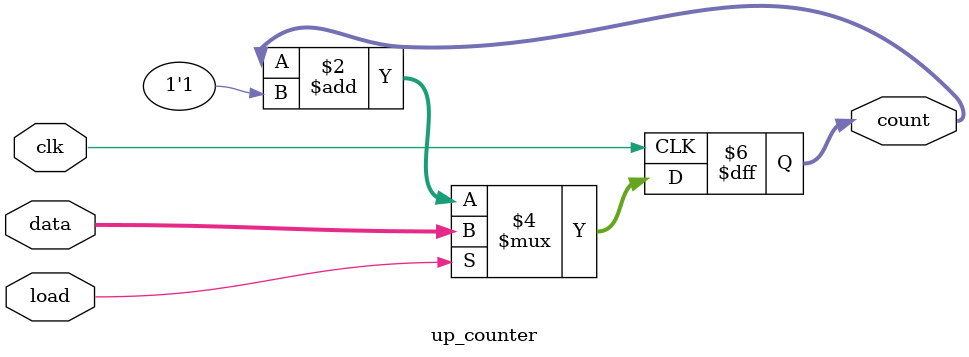
<source format=v>
module up_counter (
  input clk,   // clock signal
  input load,  // load enable signal
  input [3:0] data, // data to be loaded into the counter
  output reg [3:0] count   // output of the counter
);

always @(posedge clk) begin
  if (load) begin
    count <= data;
  end else begin
    count <= count + 1'b1;
  end
end

endmodule

</source>
